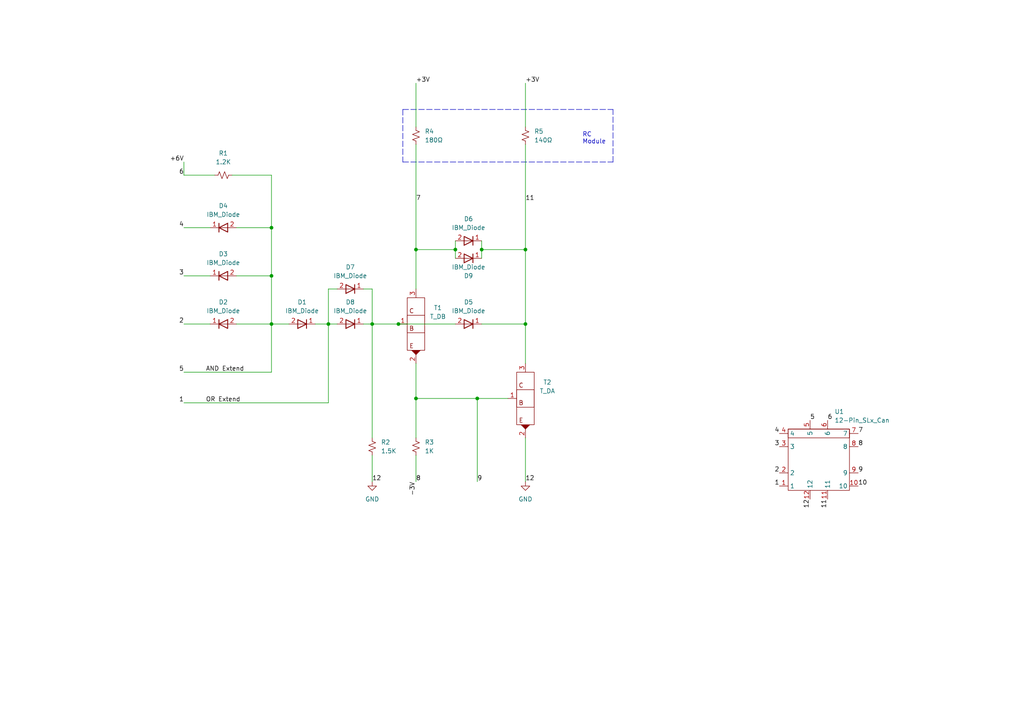
<source format=kicad_sch>
(kicad_sch (version 20211123) (generator eeschema)
  (paper "A4")
  (lib_symbols
    (symbol "Device:R_Small_US" (pin_numbers hide) (pin_names (offset 0.254) hide)
      (property "Reference" "R" (at 0.762 0.508 0))
      (property "Value" "R_Small_US" (at 0.762 -1.016 0))
      (symbol "R_Small_US_1_1"
        (polyline (pts (xy 0 0) (xy 1.016 -0.381) (xy 0 -0.762) (xy -1.016 -1.143) (xy 0 -1.524)))
        (polyline (pts (xy 0 1.524) (xy 1.016 1.143) (xy 0 0.762) (xy -1.016 0.381) (xy 0 0)))
        (pin passive line (at 0 2.54 270) (length 1.016) (name "~") (number "1"))
        (pin passive line (at 0 -2.54 90) (length 1.016) (name "~") (number "2"))
      )
    )
    (symbol "IBM_SLT-SLD:12-Pin_SLx_Can"
      (property "Reference" "U" (at 0 -2.54 0))
      (property "Value" "12-Pin_SLx_Can" (at 0 0 0))
      (symbol "12-Pin_SLx_Can_0_1"
        (rectangle (start -8.89 8.89) (end 8.89 -8.89))
        (rectangle (start -8.89 8.89) (end 8.89 6.35))
      )
      (symbol "12-Pin_SLx_Can_1_1"
        (pin passive line (at -11.43 -7.62 0) (length 2.54) (name "1") (number "1"))
        (pin passive line (at 11.43 -7.62 180) (length 2.54) (name "10") (number "10"))
        (pin passive line (at 2.54 -11.43 90) (length 2.54) (name "11") (number "11"))
        (pin passive line (at -2.54 -11.43 90) (length 2.54) (name "12") (number "12"))
        (pin passive line (at -11.43 -3.81 0) (length 2.54) (name "2") (number "2"))
        (pin passive line (at -11.43 3.81 0) (length 2.54) (name "3") (number "3"))
        (pin passive line (at -11.43 7.62 0) (length 2.54) (name "4") (number "4"))
        (pin passive line (at -2.54 11.43 270) (length 2.54) (name "5") (number "5"))
        (pin passive line (at 2.54 11.43 270) (length 2.54) (name "6") (number "6"))
        (pin passive line (at 11.43 7.62 180) (length 2.54) (name "7") (number "7"))
        (pin passive line (at 11.43 3.81 180) (length 2.54) (name "8") (number "8"))
        (pin passive line (at 11.43 -3.81 180) (length 2.54) (name "9") (number "9"))
      )
    )
    (symbol "IBM_SLT-SLD:IBM_Diode"
      (property "Reference" "D" (at 0 5.08 0))
      (property "Value" "IBM_Diode" (at 0 2.54 0))
      (symbol "IBM_Diode_0_1"
        (polyline (pts (xy -1.27 1.27) (xy -1.27 -1.27)) (stroke (width 0.254)))
        (polyline (pts (xy 1.27 0) (xy -1.27 0)))
        (polyline (pts (xy 1.27 1.27) (xy 1.27 -1.27) (xy -1.27 0) (xy 1.27 1.27)) (stroke (width 0.254)))
      )
      (symbol "IBM_Diode_1_1"
        (pin passive line (at -3.81 0 0) (length 2.54) (name "K") (number "1"))
        (pin passive line (at 3.81 0 180) (length 2.54) (name "A") (number "2"))
      )
    )
    (symbol "IBM_SLT-SLD:T_DA"
      (property "Reference" "T" (at 0 5.08 0))
      (property "Value" "T_DA" (at 7.62 8.89 0))
      (symbol "T_DA_0_0"
        (text "B" (at -1.27 -1.27 0) (effects (font (size 1.27 1.27))))
        (text "C" (at -1.27 3.81 0) (effects (font (size 1.27 1.27))))
        (text "E" (at -1.27 -6.35 0) (effects (font (size 1.27 1.27))))
      )
      (symbol "T_DA_0_1"
        (rectangle (start -2.54 2.54) (end 2.54 -2.54))
        (rectangle (start -2.54 7.62) (end 2.54 -7.62))
        (polyline (pts (xy -1.27 -7.62) (xy 0 -8.89) (xy 1.27 -7.62)) (fill (type outline)))
      )
      (symbol "T_DA_1_1"
        (pin passive line (at -5.08 0 0) (length 2.54) (name "B") (number "1"))
        (pin passive line (at 0 -11.43 90) (length 2.54) (name "E") (number "2"))
        (pin passive line (at 0 10.16 270) (length 2.54) (name "C") (number "3"))
      )
    )
    (symbol "IBM_SLT-SLD:T_DB"
      (property "Reference" "T" (at 0 5.08 0))
      (property "Value" "T_DB" (at 7.62 8.89 0))
      (symbol "T_DB_0_0"
        (text "B" (at -1.27 -1.27 0) (effects (font (size 1.27 1.27))))
        (text "C" (at -1.27 3.81 0) (effects (font (size 1.27 1.27))))
        (text "E" (at -1.27 -6.35 0) (effects (font (size 1.27 1.27))))
      )
      (symbol "T_DB_0_1"
        (rectangle (start -2.54 2.54) (end 2.54 -2.54))
        (rectangle (start -2.54 7.62) (end 2.54 -7.62))
        (polyline (pts (xy -1.27 -7.62) (xy 0 -8.89) (xy 1.27 -7.62)) (fill (type outline)))
      )
      (symbol "T_DB_1_1"
        (pin passive line (at -5.08 0 0) (length 2.54) (name "B") (number "1"))
        (pin passive line (at 0 -11.43 90) (length 2.54) (name "E") (number "2"))
        (pin passive line (at 0 10.16 270) (length 2.54) (name "C") (number "3"))
      )
    )
    (symbol "power:GND" (power) (pin_names (offset 0))
      (property "Value" "GND" (at 0 -3.81 0))
      (symbol "GND_0_1"
        (polyline (pts (xy 0 0) (xy 0 -1.27) (xy 1.27 -1.27) (xy 0 -2.54) (xy -1.27 -1.27) (xy 0 -1.27)))
      )
      (symbol "GND_1_1"
        (pin power_in line (at 0 0 270) (length 0) hide (name "GND") (number "1"))
      )
    )
  )
  (junction (at 152.4 72.39))
  (junction (at 139.7 72.39))
  (junction (at 115.57 93.98))
  (junction (at 78.74 66.04))
  (junction (at 152.4 93.98))
  (junction (at 78.74 80.01))
  (junction (at 132.08 72.39))
  (junction (at 107.95 93.98))
  (junction (at 138.43 115.57))
  (junction (at 120.65 115.57))
  (junction (at 120.65 72.39))
  (junction (at 78.74 93.98))
  (junction (at 95.25 93.98))
  (wire (pts (xy 107.95 93.98) (xy 107.95 127)))
  (wire (pts (xy 95.25 93.98) (xy 95.25 83.82)))
  (wire (pts (xy 53.34 80.01) (xy 60.96 80.01)))
  (wire (pts (xy 67.31 50.8) (xy 78.74 50.8)))
  (wire (pts (xy 107.95 83.82) (xy 107.95 93.98)))
  (wire (pts (xy 78.74 66.04) (xy 78.74 80.01)))
  (wire (pts (xy 105.41 83.82) (xy 107.95 83.82)))
  (polyline (pts (xy 116.84 46.99) (xy 177.8 46.99)))
  (wire (pts (xy 78.74 93.98) (xy 83.82 93.98)))
  (wire (pts (xy 152.4 24.13) (xy 152.4 36.83)))
  (wire (pts (xy 132.08 69.85) (xy 132.08 72.39)))
  (wire (pts (xy 139.7 72.39) (xy 139.7 74.93)))
  (wire (pts (xy 120.65 115.57) (xy 120.65 127)))
  (wire (pts (xy 120.65 72.39) (xy 120.65 83.82)))
  (wire (pts (xy 120.65 132.08) (xy 120.65 139.7)))
  (wire (pts (xy 152.4 72.39) (xy 139.7 72.39)))
  (wire (pts (xy 152.4 93.98) (xy 152.4 72.39)))
  (wire (pts (xy 78.74 93.98) (xy 68.58 93.98)))
  (wire (pts (xy 152.4 41.91) (xy 152.4 72.39)))
  (wire (pts (xy 152.4 127) (xy 152.4 139.7)))
  (polyline (pts (xy 177.8 46.99) (xy 177.8 31.75)))
  (polyline (pts (xy 116.84 31.75) (xy 116.84 46.99)))
  (wire (pts (xy 78.74 80.01) (xy 78.74 93.98)))
  (wire (pts (xy 53.34 66.04) (xy 60.96 66.04)))
  (wire (pts (xy 138.43 115.57) (xy 147.32 115.57)))
  (wire (pts (xy 53.34 50.8) (xy 62.23 50.8)))
  (wire (pts (xy 78.74 80.01) (xy 68.58 80.01)))
  (wire (pts (xy 95.25 93.98) (xy 91.44 93.98)))
  (wire (pts (xy 132.08 72.39) (xy 120.65 72.39)))
  (wire (pts (xy 53.34 93.98) (xy 60.96 93.98)))
  (wire (pts (xy 53.34 107.95) (xy 78.74 107.95)))
  (wire (pts (xy 152.4 93.98) (xy 152.4 105.41)))
  (wire (pts (xy 139.7 93.98) (xy 152.4 93.98)))
  (wire (pts (xy 138.43 115.57) (xy 120.65 115.57)))
  (wire (pts (xy 95.25 116.84) (xy 95.25 93.98)))
  (polyline (pts (xy 116.84 31.75) (xy 177.8 31.75)))
  (wire (pts (xy 139.7 69.85) (xy 139.7 72.39)))
  (wire (pts (xy 78.74 50.8) (xy 78.74 66.04)))
  (wire (pts (xy 105.41 93.98) (xy 107.95 93.98)))
  (wire (pts (xy 138.43 139.7) (xy 138.43 115.57)))
  (wire (pts (xy 120.65 105.41) (xy 120.65 115.57)))
  (wire (pts (xy 53.34 116.84) (xy 95.25 116.84)))
  (wire (pts (xy 53.34 46.99) (xy 53.34 50.8)))
  (wire (pts (xy 95.25 93.98) (xy 97.79 93.98)))
  (wire (pts (xy 78.74 107.95) (xy 78.74 93.98)))
  (wire (pts (xy 107.95 132.08) (xy 107.95 139.7)))
  (wire (pts (xy 115.57 93.98) (xy 132.08 93.98)))
  (wire (pts (xy 120.65 24.13) (xy 120.65 36.83)))
  (wire (pts (xy 68.58 66.04) (xy 78.74 66.04)))
  (wire (pts (xy 132.08 72.39) (xy 132.08 74.93)))
  (wire (pts (xy 120.65 41.91) (xy 120.65 72.39)))
  (wire (pts (xy 95.25 83.82) (xy 97.79 83.82)))
  (wire (pts (xy 107.95 93.98) (xy 115.57 93.98)))
  (text "RC\nModule" (at 168.91 41.91 0) (effects (font (size 1.27 1.27)) (justify left bottom)))
  (label "8" (at 120.65 139.7 0))
  (label "9" (at 248.92 137.16 0))
  (label "7" (at 248.92 125.73 0))
  (label "5" (at 53.34 107.95 180))
  (label "+6V" (at 53.34 46.99 180))
  (label "5" (at 234.95 121.92 0))
  (label "11" (at 240.03 144.78 270))
  (label "+3V" (at 120.65 24.13 0))
  (label "7" (at 120.65 58.42 0))
  (label "12" (at 152.4 139.7 0))
  (label "2" (at 53.34 93.98 180))
  (label "6" (at 53.34 50.8 180))
  (label "AND Extend" (at 59.69 107.95 0))
  (label "4" (at 226.06 125.73 180))
  (label "10" (at 248.92 140.97 0))
  (label "11" (at 152.4 58.42 0))
  (label "3" (at 226.06 129.54 180))
  (label "8" (at 248.92 129.54 0))
  (label "1" (at 226.06 140.97 180))
  (label "OR Extend" (at 59.69 116.84 0))
  (label "1" (at 53.34 116.84 180))
  (label "12" (at 234.95 144.78 270))
  (label "4" (at 53.34 66.04 180))
  (label "12" (at 107.95 139.7 0))
  (label "3" (at 53.34 80.01 180))
  (label "2" (at 226.06 137.16 180))
  (label "+3V" (at 152.4 24.13 0))
  (label "9" (at 138.43 139.7 0))
  (label "6" (at 240.03 121.92 0))
  (label "-3V" (at 120.65 139.7 270))
  (symbol (lib_id "IBM_SLT-SLD:IBM_Diode") (at 135.89 74.93 180) (unit 1)
    (property "Reference" "D9" (at 135.89 80.01 0))
    (property "Value" "IBM_Diode" (at 135.89 77.47 0))
    (property "Footprint" "Diode_SMD:D_0201_0603Metric" (effects hide))
  )
  (symbol (lib_id "power:GND") (at 152.4 139.7 0) (unit 1)
    (property "Reference" "#PWR0102" (effects hide))
    (property "Value" "GND" (at 152.4 144.78 0))
  )
  (symbol (lib_id "Device:R_Small_US") (at 64.77 50.8 90) (unit 1)
    (property "Reference" "R1" (at 64.77 44.45 90))
    (property "Value" "1.2K" (at 64.77 46.99 90))
    (property "Footprint" "Resistor_SMD:R_0201_0603Metric" (effects hide))
  )
  (symbol (lib_id "IBM_SLT-SLD:IBM_Diode") (at 87.63 93.98 180) (unit 1)
    (property "Reference" "D1" (at 87.63 87.63 0))
    (property "Value" "IBM_Diode" (at 87.63 90.17 0))
    (property "Footprint" "Diode_SMD:D_0201_0603Metric" (effects hide))
  )
  (symbol (lib_id "IBM_SLT-SLD:IBM_Diode") (at 101.6 83.82 180) (unit 1)
    (property "Reference" "D7" (at 101.6 77.47 0))
    (property "Value" "IBM_Diode" (at 101.6 80.01 0))
    (property "Footprint" "Diode_SMD:D_0201_0603Metric" (effects hide))
  )
  (symbol (lib_id "IBM_SLT-SLD:12-Pin_SLx_Can") (at 237.49 133.35 0) (unit 1)
    (property "Reference" "U1" (at 242.0494 119.38 0) (effects (justify left)))
    (property "Value" "12-Pin_SLx_Can" (at 242.0494 121.92 0) (effects (justify left)))
    (property "Footprint" "IBM_SLT-SLD:12-Pin_SLx_Can" (effects hide))
  )
  (symbol (lib_id "IBM_SLT-SLD:IBM_Diode") (at 64.77 93.98 0) (unit 1)
    (property "Reference" "D2" (at 64.77 87.63 0))
    (property "Value" "IBM_Diode" (at 64.77 90.17 0))
    (property "Footprint" "Diode_SMD:D_0201_0603Metric" (effects hide))
  )
  (symbol (lib_id "Device:R_Small_US") (at 152.4 39.37 0) (unit 1)
    (property "Reference" "R5" (at 154.94 38.0999 0) (effects (justify left)))
    (property "Value" "140Ω" (at 154.94 40.6399 0) (effects (justify left)))
  )
  (symbol (lib_id "IBM_SLT-SLD:IBM_Diode") (at 101.6 93.98 180) (unit 1)
    (property "Reference" "D8" (at 101.6 87.63 0))
    (property "Value" "IBM_Diode" (at 101.6 90.17 0))
    (property "Footprint" "Diode_SMD:D_0201_0603Metric" (effects hide))
  )
  (symbol (lib_id "IBM_SLT-SLD:T_DB") (at 120.65 93.98 0) (unit 1)
    (property "Reference" "T1" (at 127 89.281 0))
    (property "Value" "T_DB" (at 127 91.821 0))
    (property "Footprint" "Package_DFN_QFN:Diodes_DFN1006-3" (effects hide))
  )
  (symbol (lib_id "power:GND") (at 107.95 139.7 0) (unit 1)
    (property "Reference" "#PWR0101" (effects hide))
    (property "Value" "GND" (at 107.95 144.78 0))
  )
  (symbol (lib_id "IBM_SLT-SLD:T_DA") (at 152.4 115.57 0) (unit 1)
    (property "Reference" "T2" (at 158.75 110.871 0))
    (property "Value" "T_DA" (at 158.75 113.411 0))
    (property "Footprint" "Package_DFN_QFN:Diodes_DFN1006-3" (effects hide))
  )
  (symbol (lib_id "IBM_SLT-SLD:IBM_Diode") (at 64.77 80.01 0) (unit 1)
    (property "Reference" "D3" (at 64.77 73.66 0))
    (property "Value" "IBM_Diode" (at 64.77 76.2 0))
    (property "Footprint" "Diode_SMD:D_0201_0603Metric" (effects hide))
  )
  (symbol (lib_id "Device:R_Small_US") (at 107.95 129.54 0) (unit 1)
    (property "Reference" "R2" (at 110.49 128.2699 0) (effects (justify left)))
    (property "Value" "1.5K" (at 110.49 130.8099 0) (effects (justify left)))
    (property "Footprint" "Resistor_SMD:R_0201_0603Metric" (effects hide))
  )
  (symbol (lib_id "IBM_SLT-SLD:IBM_Diode") (at 135.89 69.85 180) (unit 1)
    (property "Reference" "D6" (at 135.89 63.5 0))
    (property "Value" "IBM_Diode" (at 135.89 66.04 0))
    (property "Footprint" "Diode_SMD:D_0201_0603Metric" (effects hide))
  )
  (symbol (lib_id "IBM_SLT-SLD:IBM_Diode") (at 64.77 66.04 0) (unit 1)
    (property "Reference" "D4" (at 64.77 59.69 0))
    (property "Value" "IBM_Diode" (at 64.77 62.23 0))
    (property "Footprint" "Diode_SMD:D_0201_0603Metric" (effects hide))
  )
  (symbol (lib_id "Device:R_Small_US") (at 120.65 39.37 0) (unit 1)
    (property "Reference" "R4" (at 123.19 38.0999 0) (effects (justify left)))
    (property "Value" "180Ω" (at 123.19 40.6399 0) (effects (justify left)))
  )
  (symbol (lib_id "Device:R_Small_US") (at 120.65 129.54 0) (unit 1)
    (property "Reference" "R3" (at 123.19 128.2699 0) (effects (justify left)))
    (property "Value" "1K" (at 123.19 130.8099 0) (effects (justify left)))
    (property "Footprint" "Resistor_SMD:R_0201_0603Metric" (effects hide))
  )
  (symbol (lib_id "IBM_SLT-SLD:IBM_Diode") (at 135.89 93.98 180) (unit 1)
    (property "Reference" "D5" (at 135.89 87.63 0))
    (property "Value" "IBM_Diode" (at 135.89 90.17 0))
    (property "Footprint" "Diode_SMD:D_0201_0603Metric" (effects hide))
  )
)
</source>
